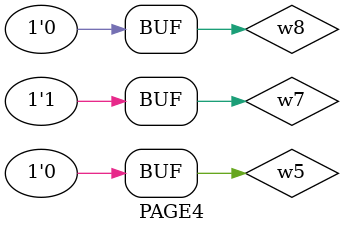
<source format=v>

`timescale 1ns/1ns

module PAGE1;    //: root_module
//: enddecls

  //: comment g10 @(10,310) /sn:0 /R:14 /anc:1
  //: /line:"<tutorial-navigation>"
  //: /end
  //: comment g0 @(185,114) /sn:0 /anc:1
  //: /line:"<img src=netprops.gif>"
  //: /end
  //: comment MAIN_TEXT1 @(10,10) /anc:1
  //: /line:"<h3>Editing Wires</h3>"
  //: /line:""
  //: /line:"This chapter will introduce the basic wire editing features of TkGate."
  //: /end

endmodule
//: /netlistEnd

//: /netlistBegin PAGE3
module PAGE3();
//: interface  /sz:(40, 40) /bd:[ ] /pd: 0 /pi: 0 /pe: 0 /pp: 1
reg c0;    //: {0}(18:118,113)(224,113)(224,155){1}
//: {2}(226,157)(249,157){3}
//: {4}(224,159)(224,169){5}
reg a0;    //: {0}(40:118,149)(162,149){1}
//: {2}(166,149)(174,149){3}
//: {4}(164,151)(164,205)(181,205){5}
reg b0;    //: {0}(50:118,184)(156,184){1}
//: {2}(158,182)(158,154)(174,154){3}
//: {4}(158,186)(158,210)(181,210){5}
wire w7;    //: /sn:0 {0}(202,208)(217,208)(217,220){1}
wire s0;    //: {0}(36:270,155)(300,155){1}
wire w4;    //: /sn:0 {0}(222,190)(222,220){1}
wire c1;    //: {0}(99:220,241)(220,260){1}
wire w9;    //: /sn:0 {0}(249,152)(221,152){1}
//: {2}(217,152)(195,152){3}
//: {4}(219,154)(219,169){5}
//: enddecls

  //: LED g37 (s0) @(307,155) /sn:0 /R:3 /w:[ 1 ] /type:0
  //: comment g2 @(9,10) /anc:1
  //: /line:"<h3>Editing Wires</h3> <b>(I/O inverters)</b>"
  //: /line:""
  //: /line:"To place or remove an inverter on a gate input or output, select the <img src=\"inv_curs.gif\" bgcolor=gray> tool"
  //: /line:"and click on the port at which you want to place or remove an inveter. Try"
  //: /line:"using the inverter tool to place and remove inverters in the circuit below."
  //: /end
  _GGNAND2 #(6) g1 (.I0(!w7), .I1(w4), .Z(c1));   //: @(220,231) /sn:0 /R:3 /w:[ 1 1 0 ]
  //: comment g10 @(10,310) /sn:0 /R:14 /anc:1
  //: /line:"<tutorial-navigation>"
  //: /end
  _GGAND2 #(6) g28 (.I0(a0), .I1(b0), .Z(w7));   //: @(192,208) /sn:0 /w:[ 5 5 0 ]
  //: SWITCH g27 (c0) @(101,113) /sn:0 /w:[ 0 ] /st:0 /dn:0
  //: joint g32 (w9) @(219, 152) /w:[ 1 -1 2 4 ]
  _GGAND2 #(6) g31 (.I0(w9), .I1(c0), .Z(w4));   //: @(222,180) /sn:0 /R:3 /w:[ 5 5 0 ]
  //: SWITCH g25 (a0) @(101,149) /sn:0 /w:[ 0 ] /st:0 /dn:0
  //: joint g29 (a0) @(164, 149) /w:[ 2 -1 1 4 ]
  _GGNXOR2 #(8) g24 (.I0(!w9), .I1(c0), .Z(s0));   //: @(260,155) /sn:0 /w:[ 0 3 0 ]
  _GGNXOR2 #(6) g23 (.I0(a0), .I1(b0), .Z(w9));   //: @(185,152) /sn:0 /w:[ 3 3 3 ]
  //: SWITCH g26 (b0) @(101,184) /sn:0 /w:[ 0 ] /st:0 /dn:0
  //: joint g30 (b0) @(158, 184) /w:[ -1 2 1 4 ]
  //: joint g33 (c0) @(224, 157) /w:[ 2 1 -1 4 ]

endmodule
//: /netlistEnd

//: /netlistBegin PAGE5
module PAGE5();
//: interface  /sz:(40, 40) /bd:[ ] /pd: 0 /pi: 0 /pe: 0 /pp: 1
reg c0;    //: {0}(9:155,153)(54:261,153)(261,195){1}
//: {2}(263,197)(286,197){3}
//: {4}(261,199)(261,209){5}
reg a0;    //: {0}(20:155,189)(199,189){1}
//: {2}(203,189)(211,189){3}
//: {4}(201,191)(201,245)(218,245){5}
reg b0;    //: {0}(50:155,224)(193,224){1}
//: {2}(195,222)(195,194)(211,194){3}
//: {4}(195,226)(195,250)(218,250){5}
wire w7;    //: /sn:0 {0}(239,248)(254,248)(254,260){1}
wire s0;    //: {0}(36:307,195)(337,195){1}
wire w4;    //: /sn:0 {0}(259,230)(259,260){1}
wire c1;    //: {0}(99:257,281)(257,300){1}
wire w9;    //: /sn:0 {0}(286,192)(258,192){1}
//: {2}(254,192)(232,192){3}
//: {4}(256,194)(256,209){5}
//: enddecls

  //: LED g37 (s0) @(344,195) /sn:0 /R:3 /w:[ 1 ] /type:0
  //: comment g2 @(7,10)
  //: /line:"<h3>Editing Wires</h3> <b>(wire labels)</b>"
  //: /line:""
  //: /line:"Wire label editing is performed with the <img src=mov_curs.gif bgcolor=gray> tool. Select this tool if it is not already selected. Existing"
  //: /line:"wire labels can be moved by left clicking and dragging the label to a new position. Wire labels can only"
  //: /line:"be moved to a different locations on the wire from which it was grabbed. If you drop the label too far from"
  //: /line:"its wire, the label will be discarded. To display a new label right click on the wire and choose the <font color=red2>Show"
  //: /line:"Label</font> option. You can also hide a specific label (<font color=red2>Hide Label</font>) or hide all labels for a wire (<font color=red2>Hide All Labels</font>)."
  //: /end
  _GGNAND2 #(4) g1 (.I0(w7), .I1(w4), .Z(c1));   //: @(257,271) /sn:0 /R:3 /w:[ 1 1 0 ]
  _GGNAND2 #(4) g28 (.I0(a0), .I1(b0), .Z(w7));   //: @(229,248) /sn:0 /w:[ 5 5 0 ]
  //: SWITCH g27 (c0) @(138,153) /sn:0 /w:[ 0 ] /st:0 /dn:0
  //: joint g32 (w9) @(256, 192) /w:[ 1 -1 2 4 ]
  _GGNAND2 #(4) g31 (.I0(w9), .I1(c0), .Z(w4));   //: @(259,220) /sn:0 /R:3 /w:[ 5 5 0 ]
  //: SWITCH g25 (a0) @(138,190) /sn:0 /w:[ 0 ] /st:0 /dn:0
  //: joint g29 (a0) @(201, 189) /w:[ 2 -1 1 4 ]
  _GGXOR2 #(8) g24 (.I0(w9), .I1(c0), .Z(s0));   //: @(297,195) /sn:0 /w:[ 0 3 0 ]
  _GGXOR2 #(8) g23 (.I0(a0), .I1(b0), .Z(w9));   //: @(222,192) /sn:0 /w:[ 3 3 3 ]
  //: SWITCH g26 (b0) @(138,224) /sn:0 /w:[ 0 ] /st:0 /dn:0
  //: comment g0 @(10,310) /sn:0 /anc:1
  //: /line:"<tutorial-navigation>"
  //: /end
  //: joint g30 (b0) @(195, 224) /w:[ -1 2 1 4 ]
  //: joint g33 (c0) @(261, 197) /w:[ 2 1 -1 4 ]

endmodule
//: /netlistEnd

//: /netlistBegin PAGE2
module PAGE2();
//: interface  /sz:(40, 40) /bd:[ ] /pd: 0 /pi: 0 /pe: 0 /pp: 1
reg c0;    //: {0}(18:118,113)(224,113)(224,155){1}
//: {2}(226,157)(249,157){3}
//: {4}(224,159)(224,169){5}
reg a0;    //: {0}(40:118,149)(162,149){1}
//: {2}(166,149)(174,149){3}
//: {4}(164,151)(164,205)(181,205){5}
reg b0;    //: {0}(50:118,184)(156,184){1}
//: {2}(158,182)(158,154)(174,154){3}
//: {4}(158,186)(158,210)(181,210){5}
wire w7;    //: /sn:0 {0}(202,208)(217,208)(217,220){1}
wire s0;    //: {0}(36:270,155)(300,155){1}
wire w4;    //: /sn:0 {0}(222,190)(222,220){1}
wire c1;    //: {0}(99:220,241)(220,260){1}
wire w9;    //: /sn:0 {0}(249,152)(221,152){1}
//: {2}(217,152)(195,152){3}
//: {4}(219,154)(219,169){5}
//: enddecls

  //: LED g37 (s0) @(307,155) /sn:0 /R:3 /w:[ 1 ] /type:0
  //: comment g2 @(9,10) /anc:1
  //: /line:"<h3>Editing Wires</h3> <b>(cutting)</b>"
  //: /line:""
  //: /line:"To cut a wire, select the <img src=\"cut_curs.gif\" bgcolor=gray> tool and click on a wire at the point you wish to cut. Try"
  //: /line:"using the wire cutter tool to cut some of the wires in the circuit below."
  //: /end
  _GGNAND2 #(4) g1 (.I0(w7), .I1(w4), .Z(c1));   //: @(220,231) /sn:0 /R:3 /w:[ 1 1 0 ]
  _GGNAND2 #(4) g28 (.I0(a0), .I1(b0), .Z(w7));   //: @(192,208) /sn:0 /w:[ 5 5 0 ]
  //: comment g10 @(10,310) /sn:0 /R:14 /anc:1
  //: /line:"<tutorial-navigation>"
  //: /end
  //: SWITCH g27 (c0) @(101,113) /sn:0 /w:[ 0 ] /st:0 /dn:0
  //: joint g32 (w9) @(219, 152) /w:[ 1 -1 2 4 ]
  _GGNAND2 #(4) g31 (.I0(w9), .I1(c0), .Z(w4));   //: @(222,180) /sn:0 /R:3 /w:[ 5 5 0 ]
  //: SWITCH g25 (a0) @(101,149) /sn:0 /w:[ 0 ] /st:0 /dn:0
  //: joint g29 (a0) @(164, 149) /w:[ 2 -1 1 4 ]
  _GGXOR2 #(8) g24 (.I0(w9), .I1(c0), .Z(s0));   //: @(260,155) /sn:0 /w:[ 0 3 0 ]
  _GGXOR2 #(8) g23 (.I0(a0), .I1(b0), .Z(w9));   //: @(185,152) /sn:0 /w:[ 3 3 3 ]
  //: SWITCH g26 (b0) @(101,184) /sn:0 /w:[ 0 ] /st:0 /dn:0
  //: joint g30 (b0) @(158, 184) /w:[ -1 2 1 4 ]
  //: joint g33 (c0) @(224, 157) /w:[ 2 1 -1 4 ]

endmodule
//: /netlistEnd

//: /netlistBegin PAGE4
module PAGE4();
//: interface  /sz:(40, 40) /bd:[ ] /pd: 0 /pi: 0 /pe: 0 /pp: 1
supply1 w7;    //: /sn:0 {0}(320,176)(335,176)(335,158){1}
reg [15:0] w3;    //: /sn:0 {0}(#:184,170)(184,208)(212,208)(212,224){1}
supply0 w8;    //: /sn:0 {0}(271,250)(271,238)(252,238){1}
supply0 w5;    //: /sn:0 {0}(339,207)(339,186)(320,186){1}
wire [15:0] w6;    //: /sn:0 {0}(281,171)(281,146)(371,146)(371,268)(#:228,268)(#:228,253){1}
wire w4;    //: /sn:0 {0}(204,238)(189,238){1}
wire [15:0] w1;    //: /sn:0 {0}(244,224)(244,211)(#:281,211)(#:281,192){1}
wire w2;    //: /sn:0 {0}(85,181)(244,181){1}
//: enddecls

  //: DIP g8 (w3) @(184,160) /sn:0 /w:[ 0 ] /st:66 /dn:0
  //: GROUND g4 (w5) @(339,213) /sn:0 /w:[ 0 ]
  //: comment g2 @(9,10) /anc:1
  //: /line:"<h3>Editing Wires</h3> <b>(bit widths)</b>"
  //: /line:""
  //: /line:"To change the bit size of one or more wires, first enter the desired bit size in the"
  //: /line:"bit size selector <img src=\"size_example.gif\">. Next, choose the <img src=\"size_curs.gif\" bgcolor=gray> tool, and click on each wire"
  //: /line:"to be changed to that size. Try changing the 8-bit wires in the circuit below to 16-bit wires."
  //: /line:""
  //: /end
  _GGREG16 #(10, 10, 20) g1 (.Q(w1), .D(w6), .EN(w5), .CLR(w7), .CK(w2));   //: @(281,181) /sn:0 /w:[ 1 0 1 0 1 ]
  //: comment g10 @(10,310) /sn:0 /R:14 /anc:1
  //: /line:"<tutorial-navigation>"
  //: /end
  _GGCLOCK_P100_0_50 g6 (.Z(w2));   //: @(72,181) /sn:0 /w:[ 0 ] /omega:100 /phi:0 /duty:50
  //: GROUND g7 (w8) @(271,256) /sn:0 /w:[ 0 ]
  //: VDD g5 (w7) @(346,158) /sn:0 /w:[ 1 ]
  _GGADD16 #(132, 134, 126, 128) g0 (.A(w3), .B(w1), .S(w6), .CI(w8), .CO(w4));   //: @(228,240) /sn:0 /w:[ 1 0 1 1 0 ]

endmodule
//: /netlistEnd


</source>
